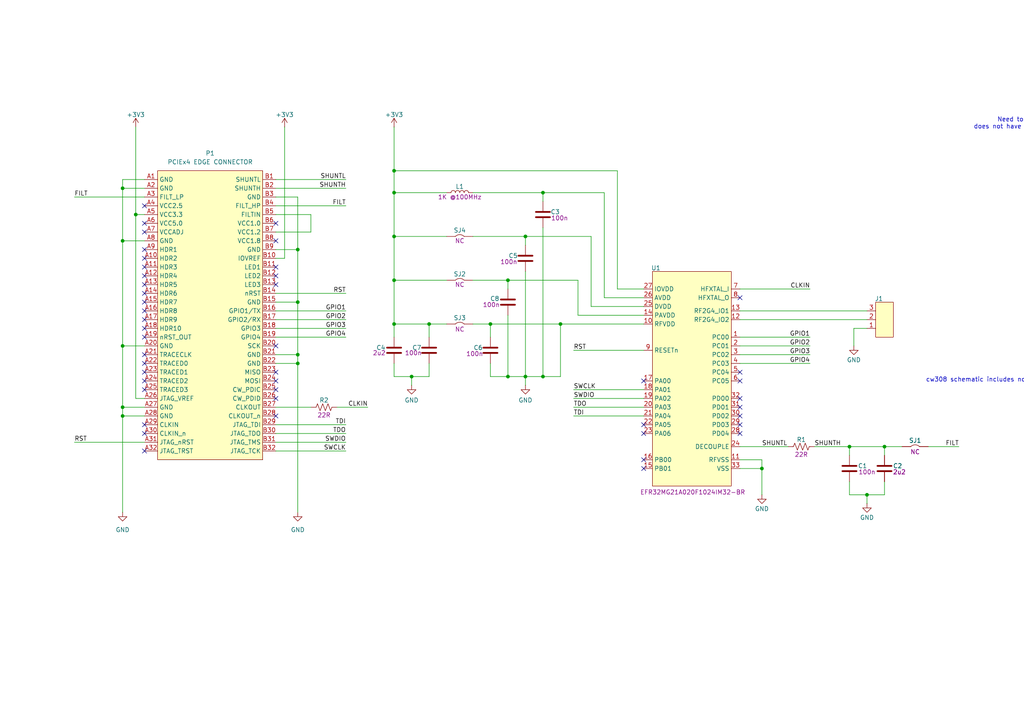
<source format=kicad_sch>
(kicad_sch (version 20231120) (generator "eeschema") (generator_version "8.0")
  (paper "A4")
  (lib_symbols
    (symbol "0603_Yageo_Res:RES_22R_0603" (pin_numbers hide)
      (property "Reference" "R" (at -20.32 5.08 0))
      (property "Display Value" "22R" (at 15.24 5.08 0))
      (symbol "RES_22R_0603_0_1"
        (polyline (pts (xy -2.286 0) (xy -2.54 0)))
        (polyline (pts (xy 2.286 0) (xy 2.54 0)))
        (polyline (pts (xy -2.286 0) (xy -1.905 1.016) (xy -1.524 0) (xy -1.143 -1.016) (xy -0.762 0)))
        (polyline (pts (xy -0.762 0) (xy -0.381 1.016) (xy 0 0) (xy 0.381 -1.016) (xy 0.762 0)))
        (polyline (pts (xy 0.762 0) (xy 1.143 1.016) (xy 1.524 0) (xy 1.905 -1.016) (xy 2.286 0)))
      )
      (symbol "RES_22R_0603_1_1"
        (pin passive line (at -3.81 0 0) (length 1.27) (name "~") (number "1"))
        (pin passive line (at 3.81 0 180) (length 1.27) (name "~") (number "2"))
      )
    )
    (symbol "Silkscreen_Symbols:CE_Free" (in_bom no)
      (property "Reference" "PCB" (at -2.54 6.35 0))
      (property "Value" "CE Symbol" (at 0 0 0))
    )
    (symbol "Silkscreen_Symbols:Pb_Free" (in_bom no)
      (property "Reference" "PCB" (at 0 0 0))
      (property "Value" "Pb_Free Symbol" (at 0 0 0))
    )
    (symbol "Silkscreen_Symbols:UKCA" (in_bom no)
      (property "Reference" "PCB" (at 0 0 0))
      (property "Value" "UKCA symbol" (at 0 0 0))
    )
    (symbol "Silkscreen_Symbols:WEEE" (in_bom no)
      (property "Reference" "PCB" (at -1.27 4.445 0))
      (property "Value" "WEEE SYMBOL" (at 0 0 0))
    )
    (symbol "nae_caps:CAP_100n_10V_0603" (pin_numbers hide)
      (property "Reference" "C" (at -20.32 5.08 0))
      (property "Display Value" "100n" (at 15.24 5.08 0))
      (symbol "CAP_100n_10V_0603_0_1"
        (polyline (pts (xy -0.762 -2.032) (xy -0.762 2.032)) (stroke (width 0.508)))
        (polyline (pts (xy 0.762 -2.032) (xy 0.762 2.032)) (stroke (width 0.508)))
      )
      (symbol "CAP_100n_10V_0603_1_1"
        (pin passive line (at -3.81 0 0) (length 2.794) (name "~") (number "1"))
        (pin passive line (at 3.81 0 180) (length 2.794) (name "~") (number "2"))
      )
    )
    (symbol "nae_caps:CAP_2u2_10V_0603" (pin_numbers hide)
      (property "Reference" "C" (at -20.32 5.08 0))
      (property "Display Value" "2u2" (at 15.24 5.08 0))
      (symbol "CAP_2u2_10V_0603_0_1"
        (polyline (pts (xy -0.762 -2.032) (xy -0.762 2.032)) (stroke (width 0.508)))
        (polyline (pts (xy 0.762 -2.032) (xy 0.762 2.032)) (stroke (width 0.508)))
      )
      (symbol "CAP_2u2_10V_0603_1_1"
        (pin passive line (at -3.81 0 0) (length 2.794) (name "~") (number "1"))
        (pin passive line (at 3.81 0 180) (length 2.794) (name "~") (number "2"))
      )
    )
    (symbol "power:+3V3" (power) (pin_numbers hide) (pin_names (offset 0) hide)
      (property "Value" "+3V3" (at 0 3.556 0))
      (symbol "+3V3_0_1"
        (polyline (pts (xy -0.762 1.27) (xy 0 2.54)))
        (polyline (pts (xy 0 0) (xy 0 2.54)))
        (polyline (pts (xy 0 2.54) (xy 0.762 1.27)))
      )
      (symbol "+3V3_1_1"
        (pin power_in line (at 0 0 90) (length 0) (name "~") (number "1"))
      )
    )
    (symbol "power:GND" (power) (pin_numbers hide) (pin_names (offset 0) hide)
      (property "Value" "GND" (at 0 -3.81 0))
      (symbol "GND_0_1"
        (polyline (pts (xy 0 0) (xy 0 -1.27) (xy 1.27 -1.27) (xy 0 -2.54) (xy -1.27 -1.27) (xy 0 -1.27)))
      )
      (symbol "GND_1_1"
        (pin power_in line (at 0 0 270) (length 0) (name "~") (number "1"))
      )
    )
    (symbol "tutorial_2_library:1x3 header 2.54mm"
      (property "Reference" "J" (at 1.27 3.81 0))
      (symbol "1x3 header 2.54mm_1_1"
        (rectangle (start 0 2.54) (end 5.08 -7.62) (fill (type background)))
        (pin unspecified line (at -2.54 -5.08 0) (length 2.54) (name "") (number "1"))
        (pin unspecified line (at -2.54 -2.54 0) (length 2.54) (name "") (number "2"))
        (pin unspecified line (at -2.54 0 0) (length 2.54) (name "") (number "3"))
      )
    )
    (symbol "tutorial_2_library:CW312T-Template" (in_bom no)
      (property "Reference" "P" (at -15.24 3.81 0))
      (property "Value" "PCIEx4 EDGE CONNECTOR " (at 3.81 3.81 0))
      (symbol "CW312T-Template_1_1"
        (rectangle (start -15.24 2.54) (end 15.24 -81.28) (fill (type background)))
        (pin unspecified line (at -19.05 0 0) (length 3.81) (name "GND") (number "A1"))
        (pin unspecified line (at -19.05 -22.86 0) (length 3.81) (name "HDR2") (number "A10"))
        (pin unspecified line (at -19.05 -25.4 0) (length 3.81) (name "HDR3") (number "A11"))
        (pin unspecified line (at -19.05 -27.94 0) (length 3.81) (name "HDR4") (number "A12"))
        (pin unspecified line (at -19.05 -30.48 0) (length 3.81) (name "HDR5") (number "A13"))
        (pin unspecified line (at -19.05 -33.02 0) (length 3.81) (name "HDR6") (number "A14"))
        (pin unspecified line (at -19.05 -35.56 0) (length 3.81) (name "HDR7") (number "A15"))
        (pin unspecified line (at -19.05 -38.1 0) (length 3.81) (name "HDR8") (number "A16"))
        (pin unspecified line (at -19.05 -40.64 0) (length 3.81) (name "HDR9") (number "A17"))
        (pin unspecified line (at -19.05 -43.18 0) (length 3.81) (name "HDR10") (number "A18"))
        (pin unspecified line (at -19.05 -45.72 0) (length 3.81) (name "nRST_OUT") (number "A19"))
        (pin unspecified line (at -19.05 -2.54 0) (length 3.81) (name "GND") (number "A2"))
        (pin unspecified line (at -19.05 -48.26 0) (length 3.81) (name "GND") (number "A20"))
        (pin unspecified line (at -19.05 -50.8 0) (length 3.81) (name "TRACECLK") (number "A21"))
        (pin unspecified line (at -19.05 -53.34 0) (length 3.81) (name "TRACED0") (number "A22"))
        (pin unspecified line (at -19.05 -55.88 0) (length 3.81) (name "TRACED1") (number "A23"))
        (pin unspecified line (at -19.05 -58.42 0) (length 3.81) (name "TRACED2") (number "A24"))
        (pin unspecified line (at -19.05 -60.96 0) (length 3.81) (name "TRACED3") (number "A25"))
        (pin unspecified line (at -19.05 -63.5 0) (length 3.81) (name "JTAG_VREF") (number "A26"))
        (pin unspecified line (at -19.05 -66.04 0) (length 3.81) (name "GND") (number "A27"))
        (pin unspecified line (at -19.05 -68.58 0) (length 3.81) (name "GND") (number "A28"))
        (pin unspecified line (at -19.05 -71.12 0) (length 3.81) (name "CLKIN") (number "A29"))
        (pin unspecified line (at -19.05 -5.08 0) (length 3.81) (name "FILT_LP") (number "A3"))
        (pin unspecified line (at -19.05 -73.66 0) (length 3.81) (name "CLKIN_n") (number "A30"))
        (pin unspecified line (at -19.05 -76.2 0) (length 3.81) (name "JTAG_nRST") (number "A31"))
        (pin unspecified line (at -19.05 -78.74 0) (length 3.81) (name "JTAG_TRST") (number "A32"))
        (pin unspecified line (at -19.05 -7.62 0) (length 3.81) (name "VCC2.5") (number "A4"))
        (pin unspecified line (at -19.05 -10.16 0) (length 3.81) (name "VCC3.3") (number "A5"))
        (pin unspecified line (at -19.05 -12.7 0) (length 3.81) (name "VCC5.0") (number "A6"))
        (pin unspecified line (at -19.05 -15.24 0) (length 3.81) (name "VCCADJ") (number "A7"))
        (pin unspecified line (at -19.05 -17.78 0) (length 3.81) (name "GND") (number "A8"))
        (pin unspecified line (at -19.05 -20.32 0) (length 3.81) (name "HDR1") (number "A9"))
        (pin unspecified line (at 19.05 0 180) (length 3.81) (name "SHUNTL") (number "B1"))
        (pin unspecified line (at 19.05 -22.86 180) (length 3.81) (name "IOVREF") (number "B10"))
        (pin unspecified line (at 19.05 -25.4 180) (length 3.81) (name "LED1") (number "B11"))
        (pin unspecified line (at 19.05 -27.94 180) (length 3.81) (name "LED2") (number "B12"))
        (pin unspecified line (at 19.05 -30.48 180) (length 3.81) (name "LED3") (number "B13"))
        (pin unspecified line (at 19.05 -33.02 180) (length 3.81) (name "nRST") (number "B14"))
        (pin unspecified line (at 19.05 -35.56 180) (length 3.81) (name "GND") (number "B15"))
        (pin unspecified line (at 19.05 -38.1 180) (length 3.81) (name "GPIO1/TX") (number "B16"))
        (pin unspecified line (at 19.05 -40.64 180) (length 3.81) (name "GPIO2/RX") (number "B17"))
        (pin unspecified line (at 19.05 -43.18 180) (length 3.81) (name "GPIO3") (number "B18"))
        (pin unspecified line (at 19.05 -45.72 180) (length 3.81) (name "GPIO4") (number "B19"))
        (pin unspecified line (at 19.05 -2.54 180) (length 3.81) (name "SHUNTH") (number "B2"))
        (pin unspecified line (at 19.05 -48.26 180) (length 3.81) (name "SCK") (number "B20"))
        (pin unspecified line (at 19.05 -50.8 180) (length 3.81) (name "GND") (number "B21"))
        (pin unspecified line (at 19.05 -53.34 180) (length 3.81) (name "GND") (number "B22"))
        (pin unspecified line (at 19.05 -55.88 180) (length 3.81) (name "MISO") (number "B23"))
        (pin unspecified line (at 19.05 -58.42 180) (length 3.81) (name "MOSI") (number "B24"))
        (pin unspecified line (at 19.05 -60.96 180) (length 3.81) (name "CW_PDIC") (number "B25"))
        (pin unspecified line (at 19.05 -63.5 180) (length 3.81) (name "CW_PDID") (number "B26"))
        (pin unspecified line (at 19.05 -66.04 180) (length 3.81) (name "CLKOUT") (number "B27"))
        (pin unspecified line (at 19.05 -68.58 180) (length 3.81) (name "CLKOUT_n") (number "B28"))
        (pin unspecified line (at 19.05 -71.12 180) (length 3.81) (name "JTAG_TDI") (number "B29"))
        (pin unspecified line (at 19.05 -5.08 180) (length 3.81) (name "GND") (number "B3"))
        (pin unspecified line (at 19.05 -73.66 180) (length 3.81) (name "JTAG_TDO") (number "B30"))
        (pin unspecified line (at 19.05 -76.2 180) (length 3.81) (name "JTAG_TMS") (number "B31"))
        (pin unspecified line (at 19.05 -78.74 180) (length 3.81) (name "JTAG_TCK") (number "B32"))
        (pin unspecified line (at 19.05 -7.62 180) (length 3.81) (name "FILT_HP") (number "B4"))
        (pin unspecified line (at 19.05 -10.16 180) (length 3.81) (name "FILTIN") (number "B5"))
        (pin unspecified line (at 19.05 -12.7 180) (length 3.81) (name "VCC1.0") (number "B6"))
        (pin unspecified line (at 19.05 -15.24 180) (length 3.81) (name "VCC1.2") (number "B7"))
        (pin unspecified line (at 19.05 -17.78 180) (length 3.81) (name "VCC1.8") (number "B8"))
        (pin unspecified line (at 19.05 -20.32 180) (length 3.81) (name "GND") (number "B9"))
      )
    )
    (symbol "tutorial_2_library:EFR32MG21A020F1024IM32-BR-SOCKET"
      (property "Reference" "U1" (at -10.16 5.08 0))
      (property "Display Value" "EFR32MG21A020F1024IM32-BR" (at 0 -60.96 0))
      (symbol "EFR32MG21A020F1024IM32-BR-SOCKET_1_1"
        (rectangle (start -11.43 3.81) (end 11.43 -58.42) (fill (type background)))
        (pin unspecified line (at 13.97 -15.24 180) (length 2.54) (name "PC00") (number "1"))
        (pin unspecified line (at -13.97 -11.43 0) (length 2.54) (name "RFVDD") (number "10"))
        (pin unspecified line (at 13.97 -50.8 180) (length 2.54) (name "RFVSS") (number "11"))
        (pin unspecified line (at 13.97 -10.16 180) (length 2.54) (name "RF2G4_IO2") (number "12"))
        (pin unspecified line (at 13.97 -7.62 180) (length 2.54) (name "RF2G4_IO1") (number "13"))
        (pin unspecified line (at -13.97 -8.89 0) (length 2.54) (name "PAVDD") (number "14"))
        (pin unspecified line (at -13.97 -53.34 0) (length 2.54) (name "PB01") (number "15"))
        (pin unspecified line (at -13.97 -50.8 0) (length 2.54) (name "PB00") (number "16"))
        (pin unspecified line (at -13.97 -27.94 0) (length 2.54) (name "PA00") (number "17"))
        (pin unspecified line (at -13.97 -30.48 0) (length 2.54) (name "PA01") (number "18"))
        (pin unspecified line (at -13.97 -33.02 0) (length 2.54) (name "PA02") (number "19"))
        (pin unspecified line (at 13.97 -17.78 180) (length 2.54) (name "PC01") (number "2"))
        (pin unspecified line (at -13.97 -35.56 0) (length 2.54) (name "PA03") (number "20"))
        (pin unspecified line (at -13.97 -38.1 0) (length 2.54) (name "PA04") (number "21"))
        (pin unspecified line (at -13.97 -40.64 0) (length 2.54) (name "PA05") (number "22"))
        (pin unspecified line (at -13.97 -43.18 0) (length 2.54) (name "PA06") (number "23"))
        (pin unspecified line (at 13.97 -46.99 180) (length 2.54) (name "DECOUPLE") (number "24"))
        (pin unspecified line (at -13.97 -6.35 0) (length 2.54) (name "DVDD") (number "25"))
        (pin unspecified line (at -13.97 -3.81 0) (length 2.54) (name "AVDD") (number "26"))
        (pin unspecified line (at -13.97 -1.27 0) (length 2.54) (name "IOVDD") (number "27"))
        (pin unspecified line (at 13.97 -43.18 180) (length 2.54) (name "PD04") (number "28"))
        (pin unspecified line (at 13.97 -40.64 180) (length 2.54) (name "PD03") (number "29"))
        (pin unspecified line (at 13.97 -20.32 180) (length 2.54) (name "PC02") (number "3"))
        (pin unspecified line (at 13.97 -38.1 180) (length 2.54) (name "PD02") (number "30"))
        (pin unspecified line (at 13.97 -35.56 180) (length 2.54) (name "PD01") (number "31"))
        (pin unspecified line (at 13.97 -33.02 180) (length 2.54) (name "PD00") (number "32"))
        (pin unspecified line (at 13.97 -53.34 180) (length 2.54) (name "VSS") (number "33"))
        (pin unspecified line (at 13.97 -22.86 180) (length 2.54) (name "PC03") (number "4"))
        (pin unspecified line (at 13.97 -25.4 180) (length 2.54) (name "PC04") (number "5"))
        (pin unspecified line (at 13.97 -27.94 180) (length 2.54) (name "PC05") (number "6"))
        (pin unspecified line (at 13.97 -1.27 180) (length 2.54) (name "HFXTAL_I") (number "7"))
        (pin unspecified line (at 13.97 -3.81 180) (length 2.54) (name "HFXTAL_O") (number "8"))
        (pin unspecified line (at -13.97 -19.05 0) (length 2.54) (name "RESETn") (number "9"))
      )
    )
    (symbol "tutorial_2_library:IND_1K_100MHz_0603" (pin_numbers hide)
      (property "Reference" "L" (at -20.32 5.08 0))
      (property "Display Value" "1K @100MHz" (at 15.24 5.08 0))
      (symbol "IND_1K_100MHz_0603_0_1"
        (arc (start -1.27 0) (mid -1.905 0.6323) (end -2.54 0))
        (arc (start 0 0) (mid -0.635 0.6323) (end -1.27 0))
        (arc (start 1.27 0) (mid 0.635 0.6323) (end 0 0))
        (arc (start 2.54 0) (mid 1.905 0.6323) (end 1.27 0))
      )
      (symbol "IND_1K_100MHz_0603_1_1"
        (pin passive line (at -3.81 0 0) (length 1.27) (name "") (number "1"))
        (pin passive line (at 3.81 0 180) (length 1.27) (name "") (number "2"))
      )
    )
    (symbol "tutorial_2_library:Solder_Jumper_2_NC" (pin_numbers hide)
      (property "Reference" "SJ" (at -3.81 3.81 0))
      (property "Display Value" "NC" (at -3.81 0 0))
      (symbol "Solder_Jumper_2_NC_1_1"
        (arc (start 0 1.27) (mid -0.526 0) (end 0 -1.27))
        (pin unspecified line (at 0 3.81 270) (length 2.54) (name "") (number "1"))
        (pin unspecified line (at 0 -3.81 90) (length 2.54) (name "") (number "2"))
      )
    )
  )
  (junction (at 114.3 49.53))
  (junction (at 35.56 69.85))
  (junction (at 114.3 55.88))
  (junction (at 86.36 87.63))
  (junction (at 157.48 109.22))
  (junction (at 114.3 68.58))
  (junction (at 147.32 81.28))
  (junction (at 35.56 54.61))
  (junction (at 157.48 55.88))
  (junction (at 35.56 118.11))
  (junction (at 246.38 129.54))
  (junction (at 251.46 143.51))
  (junction (at 152.4 68.58))
  (junction (at 114.3 93.98))
  (junction (at 114.3 81.28))
  (junction (at 256.54 129.54))
  (junction (at 220.98 135.89))
  (junction (at 152.4 109.22))
  (junction (at 162.56 93.98))
  (junction (at 35.56 100.33))
  (junction (at 86.36 72.39))
  (junction (at 119.38 109.22))
  (junction (at 39.37 62.23))
  (junction (at 147.32 109.22))
  (junction (at 35.56 120.65))
  (junction (at 86.36 102.87))
  (junction (at 86.36 105.41))
  (junction (at 142.24 93.98))
  (junction (at 124.46 93.98))
  (no_connect (at 41.91 105.41))
  (no_connect (at 214.63 118.11))
  (no_connect (at 80.01 80.01))
  (no_connect (at 80.01 64.77))
  (no_connect (at 41.91 97.79))
  (no_connect (at 41.91 90.17))
  (no_connect (at 41.91 107.95))
  (no_connect (at 41.91 59.69))
  (no_connect (at 41.91 110.49))
  (no_connect (at 41.91 87.63))
  (no_connect (at 214.63 110.49))
  (no_connect (at 80.01 77.47))
  (no_connect (at 41.91 130.81))
  (no_connect (at 80.01 115.57))
  (no_connect (at 214.63 125.73))
  (no_connect (at 41.91 64.77))
  (no_connect (at 214.63 120.65))
  (no_connect (at 80.01 100.33))
  (no_connect (at 80.01 113.03))
  (no_connect (at 80.01 69.85))
  (no_connect (at 41.91 77.47))
  (no_connect (at 80.01 110.49))
  (no_connect (at 41.91 92.71))
  (no_connect (at 41.91 82.55))
  (no_connect (at 214.63 123.19))
  (no_connect (at 80.01 107.95))
  (no_connect (at 41.91 85.09))
  (no_connect (at 41.91 80.01))
  (no_connect (at 186.69 110.49))
  (no_connect (at 41.91 113.03))
  (no_connect (at 186.69 135.89))
  (no_connect (at 41.91 67.31))
  (no_connect (at 214.63 86.36))
  (no_connect (at 41.91 95.25))
  (no_connect (at 186.69 123.19))
  (no_connect (at 41.91 125.73))
  (no_connect (at 186.69 125.73))
  (no_connect (at 80.01 120.65))
  (no_connect (at 214.63 115.57))
  (no_connect (at 41.91 74.93))
  (no_connect (at 80.01 82.55))
  (no_connect (at 41.91 72.39))
  (no_connect (at 41.91 102.87))
  (no_connect (at 41.91 123.19))
  (no_connect (at 186.69 133.35))
  (no_connect (at 214.63 107.95))
  (wire (pts (xy 80.01 95.25) (xy 100.33 95.25)))
  (wire (pts (xy 80.01 67.31) (xy 90.17 67.31)))
  (wire (pts (xy 214.63 129.54) (xy 228.6 129.54)))
  (wire (pts (xy 166.37 113.03) (xy 186.69 113.03)))
  (wire (pts (xy 35.56 54.61) (xy 35.56 69.85)))
  (wire (pts (xy 214.63 105.41) (xy 234.95 105.41)))
  (wire (pts (xy 186.69 86.36) (xy 175.26 86.36)))
  (wire (pts (xy 35.56 118.11) (xy 41.91 118.11)))
  (wire (pts (xy 119.38 109.22) (xy 124.46 109.22)))
  (wire (pts (xy 214.63 90.17) (xy 251.46 90.17)))
  (wire (pts (xy 80.01 97.79) (xy 100.33 97.79)))
  (wire (pts (xy 162.56 109.22) (xy 162.56 93.98)))
  (wire (pts (xy 142.24 105.41) (xy 142.24 109.22)))
  (wire (pts (xy 21.59 128.27) (xy 41.91 128.27)))
  (wire (pts (xy 97.79 118.11) (xy 106.68 118.11)))
  (wire (pts (xy 39.37 36.83) (xy 39.37 62.23)))
  (wire (pts (xy 80.01 92.71) (xy 100.33 92.71)))
  (wire (pts (xy 80.01 102.87) (xy 86.36 102.87)))
  (wire (pts (xy 35.56 120.65) (xy 35.56 148.59)))
  (wire (pts (xy 114.3 81.28) (xy 114.3 93.98)))
  (wire (pts (xy 41.91 115.57) (xy 39.37 115.57)))
  (wire (pts (xy 35.56 118.11) (xy 35.56 120.65)))
  (wire (pts (xy 157.48 55.88) (xy 157.48 58.42)))
  (wire (pts (xy 142.24 93.98) (xy 142.24 97.79)))
  (wire (pts (xy 80.01 105.41) (xy 86.36 105.41)))
  (wire (pts (xy 246.38 139.7) (xy 246.38 143.51)))
  (wire (pts (xy 166.37 101.6) (xy 186.69 101.6)))
  (wire (pts (xy 114.3 93.98) (xy 114.3 97.79)))
  (wire (pts (xy 86.36 72.39) (xy 86.36 87.63)))
  (wire (pts (xy 35.56 54.61) (xy 41.91 54.61)))
  (wire (pts (xy 166.37 120.65) (xy 186.69 120.65)))
  (wire (pts (xy 114.3 68.58) (xy 114.3 81.28)))
  (wire (pts (xy 86.36 102.87) (xy 86.36 105.41)))
  (wire (pts (xy 256.54 129.54) (xy 261.62 129.54)))
  (wire (pts (xy 147.32 91.44) (xy 147.32 109.22)))
  (wire (pts (xy 114.3 81.28) (xy 129.54 81.28)))
  (wire (pts (xy 137.16 81.28) (xy 147.32 81.28)))
  (wire (pts (xy 114.3 109.22) (xy 119.38 109.22)))
  (wire (pts (xy 186.69 88.9) (xy 171.45 88.9)))
  (wire (pts (xy 166.37 118.11) (xy 186.69 118.11)))
  (wire (pts (xy 147.32 109.22) (xy 152.4 109.22)))
  (wire (pts (xy 119.38 109.22) (xy 119.38 111.76)))
  (wire (pts (xy 214.63 102.87) (xy 234.95 102.87)))
  (wire (pts (xy 82.55 74.93) (xy 80.01 74.93)))
  (wire (pts (xy 80.01 72.39) (xy 86.36 72.39)))
  (wire (pts (xy 86.36 87.63) (xy 86.36 102.87)))
  (wire (pts (xy 80.01 123.19) (xy 100.33 123.19)))
  (wire (pts (xy 251.46 95.25) (xy 247.65 95.25)))
  (wire (pts (xy 214.63 100.33) (xy 234.95 100.33)))
  (wire (pts (xy 86.36 57.15) (xy 80.01 57.15)))
  (wire (pts (xy 80.01 87.63) (xy 86.36 87.63)))
  (wire (pts (xy 35.56 69.85) (xy 41.91 69.85)))
  (wire (pts (xy 214.63 135.89) (xy 220.98 135.89)))
  (wire (pts (xy 80.01 85.09) (xy 100.33 85.09)))
  (wire (pts (xy 152.4 109.22) (xy 152.4 111.76)))
  (wire (pts (xy 35.56 120.65) (xy 41.91 120.65)))
  (wire (pts (xy 114.3 49.53) (xy 114.3 55.88)))
  (wire (pts (xy 246.38 129.54) (xy 246.38 132.08)))
  (wire (pts (xy 166.37 115.57) (xy 186.69 115.57)))
  (wire (pts (xy 246.38 129.54) (xy 256.54 129.54)))
  (wire (pts (xy 80.01 54.61) (xy 100.33 54.61)))
  (wire (pts (xy 251.46 143.51) (xy 256.54 143.51)))
  (wire (pts (xy 86.36 105.41) (xy 86.36 148.59)))
  (wire (pts (xy 124.46 109.22) (xy 124.46 105.41)))
  (wire (pts (xy 21.59 57.15) (xy 41.91 57.15)))
  (wire (pts (xy 220.98 133.35) (xy 214.63 133.35)))
  (wire (pts (xy 152.4 78.74) (xy 152.4 109.22)))
  (wire (pts (xy 114.3 36.83) (xy 114.3 49.53)))
  (wire (pts (xy 86.36 57.15) (xy 86.36 72.39)))
  (wire (pts (xy 147.32 81.28) (xy 167.64 81.28)))
  (wire (pts (xy 214.63 83.82) (xy 234.95 83.82)))
  (wire (pts (xy 35.56 100.33) (xy 41.91 100.33)))
  (wire (pts (xy 214.63 97.79) (xy 234.95 97.79)))
  (wire (pts (xy 39.37 62.23) (xy 39.37 115.57)))
  (wire (pts (xy 114.3 93.98) (xy 124.46 93.98)))
  (wire (pts (xy 35.56 69.85) (xy 35.56 100.33)))
  (wire (pts (xy 80.01 130.81) (xy 100.33 130.81)))
  (wire (pts (xy 147.32 81.28) (xy 147.32 83.82)))
  (wire (pts (xy 247.65 95.25) (xy 247.65 100.33)))
  (wire (pts (xy 90.17 62.23) (xy 90.17 67.31)))
  (wire (pts (xy 179.07 49.53) (xy 114.3 49.53)))
  (wire (pts (xy 142.24 93.98) (xy 162.56 93.98)))
  (wire (pts (xy 152.4 109.22) (xy 157.48 109.22)))
  (wire (pts (xy 80.01 125.73) (xy 100.33 125.73)))
  (wire (pts (xy 214.63 92.71) (xy 251.46 92.71)))
  (wire (pts (xy 186.69 83.82) (xy 179.07 83.82)))
  (wire (pts (xy 114.3 105.41) (xy 114.3 109.22)))
  (wire (pts (xy 157.48 55.88) (xy 175.26 55.88)))
  (wire (pts (xy 41.91 52.07) (xy 35.56 52.07)))
  (wire (pts (xy 269.24 129.54) (xy 278.13 129.54)))
  (wire (pts (xy 175.26 86.36) (xy 175.26 55.88)))
  (wire (pts (xy 80.01 90.17) (xy 100.33 90.17)))
  (wire (pts (xy 220.98 135.89) (xy 220.98 143.51)))
  (wire (pts (xy 256.54 143.51) (xy 256.54 139.7)))
  (wire (pts (xy 157.48 109.22) (xy 162.56 109.22)))
  (wire (pts (xy 80.01 59.69) (xy 100.33 59.69)))
  (wire (pts (xy 35.56 52.07) (xy 35.56 54.61)))
  (wire (pts (xy 142.24 109.22) (xy 147.32 109.22)))
  (wire (pts (xy 137.16 55.88) (xy 157.48 55.88)))
  (wire (pts (xy 171.45 88.9) (xy 171.45 68.58)))
  (wire (pts (xy 236.22 129.54) (xy 246.38 129.54)))
  (wire (pts (xy 82.55 36.83) (xy 82.55 74.93)))
  (wire (pts (xy 124.46 93.98) (xy 124.46 97.79)))
  (wire (pts (xy 167.64 91.44) (xy 167.64 81.28)))
  (wire (pts (xy 152.4 68.58) (xy 171.45 68.58)))
  (wire (pts (xy 80.01 118.11) (xy 90.17 118.11)))
  (wire (pts (xy 251.46 143.51) (xy 251.46 146.05)))
  (wire (pts (xy 80.01 62.23) (xy 90.17 62.23)))
  (wire (pts (xy 157.48 66.04) (xy 157.48 109.22)))
  (wire (pts (xy 256.54 129.54) (xy 256.54 132.08)))
  (wire (pts (xy 152.4 68.58) (xy 152.4 71.12)))
  (wire (pts (xy 114.3 55.88) (xy 129.54 55.88)))
  (wire (pts (xy 220.98 133.35) (xy 220.98 135.89)))
  (wire (pts (xy 162.56 93.98) (xy 186.69 93.98)))
  (wire (pts (xy 246.38 143.51) (xy 251.46 143.51)))
  (wire (pts (xy 114.3 55.88) (xy 114.3 68.58)))
  (wire (pts (xy 186.69 91.44) (xy 167.64 91.44)))
  (wire (pts (xy 129.54 93.98) (xy 124.46 93.98)))
  (wire (pts (xy 114.3 68.58) (xy 129.54 68.58)))
  (wire (pts (xy 179.07 83.82) (xy 179.07 49.53)))
  (wire (pts (xy 35.56 100.33) (xy 35.56 118.11)))
  (wire (pts (xy 80.01 128.27) (xy 100.33 128.27)))
  (wire (pts (xy 80.01 52.07) (xy 100.33 52.07)))
  (wire (pts (xy 137.16 93.98) (xy 142.24 93.98)))
  (wire (pts (xy 137.16 68.58) (xy 152.4 68.58)))
  (wire (pts (xy 41.91 62.23) (xy 39.37 62.23)))
  (text "Need to confirm the footprint of the socket - the one included in production files \ndoes not have a model but an equivalent socket on digikey did so i used that downloaded model" (at 330.454 35.814 0) (effects (font (size 1.27 1.27))))
  (text "cw308 schematic includes note bubbles stating 'morespace' i left those out but can include if preferred" (at 320.04 110.236 0) (effects (font (size 1.27 1.27))))
  (label "RST" (at 166.37 101.6 0))
  (label "GPIO4" (at 234.95 105.41 180))
  (label "GPIO2" (at 234.95 100.33 180))
  (label "SWCLK" (at 100.33 130.81 180))
  (label "GPIO2" (at 100.33 92.71 180))
  (label "SHUNTL" (at 220.98 129.54 0))
  (label "TDI" (at 100.33 123.19 180))
  (label "SWCLK" (at 166.37 113.03 0))
  (label "GPIO1" (at 234.95 97.79 180))
  (label "GPIO3" (at 100.33 95.25 180))
  (label "SHUNTH" (at 236.22 129.54 0))
  (label "SWDIO" (at 100.33 128.27 180))
  (label "RST" (at 21.59 128.27 0))
  (label "SHUNTL" (at 100.33 52.07 180))
  (label "CLKIN" (at 106.68 118.11 180))
  (label "TDO" (at 100.33 125.73 180))
  (label "FILT" (at 100.33 59.69 180))
  (label "GPIO4" (at 100.33 97.79 180))
  (label "SHUNTH" (at 100.33 54.61 180))
  (label "TDO" (at 166.37 118.11 0))
  (label "RST" (at 100.33 85.09 180))
  (label "SWDIO" (at 166.37 115.57 0))
  (label "FILT" (at 21.59 57.15 0))
  (label "GPIO3" (at 234.95 102.87 180))
  (label "FILT" (at 278.13 129.54 180))
  (label "CLKIN" (at 234.95 83.82 180))
  (label "TDI" (at 166.37 120.65 0))
  (label "GPIO1" (at 100.33 90.17 180))
  (symbol (lib_id "Silkscreen_Symbols:CE_Free") (at -25.4 148.59 0) (unit 1) (in_bom no)
    (property "Reference" "PCB1" (at -22.86 147.3199 0) (effects (justify left)))
    (property "Value" "CE Symbol" (at -22.86 149.8599 0) (effects (justify left)))
    (property "Footprint" "Silkscrren_Symbols:CE-Logo_8.5x6mm_SilkScreen" (effects (hide yes)))
  )
  (symbol (lib_id "Silkscreen_Symbols:UKCA") (at -25.4 158.75 0) (unit 1) (in_bom no)
    (property "Reference" "PCB3" (at -22.86 157.4799 0) (effects (justify left)))
    (property "Value" "UKCA symbol" (at -22.86 160.0199 0) (effects (justify left)))
    (property "Footprint" "Silkscrren_Symbols:UKCA-Logo_8x8mm_SilkScreen" (effects (hide yes)))
  )
  (symbol (lib_id "power:GND") (at 247.65 100.33 0) (unit 1)
    (property "Reference" "#PWR09" (effects (hide yes)))
    (property "Value" "GND" (at 247.65 104.394 0))
    (property "Description" "Power symbol creates a global label with name \"GND\" , ground" (effects (hide yes)))
  )
  (symbol (lib_id "0603_Yageo_Res:RES_22R_0603") (at 232.41 129.54 0) (unit 1)
    (property "Reference" "R1" (at 232.41 127.508 0))
    (property "Value" "RES_22R_0603" (effects (hide yes)))
    (property "Footprint" "Resistor_SMD:R_0603_1608Metric" (effects (hide yes)))
    (property "Datasheet" "https://www.yageo.com/upload/media/product/products/datasheet/rchip/PYu-RC_Group_51_RoHS_L_12.pdf" (effects (hide yes)))
    (property "Description" "RES 22 OHM 1% 1/10W 0603" (effects (hide yes)))
    (property "Display Value" "22R" (at 232.41 131.826 0))
    (property "Manufacturer" "YAGEO" (effects (hide yes)))
    (property "Manufacturer Part Number" "RC0603FR-0722RL" (effects (hide yes)))
    (property "Supplier 1" "DigiKey" (effects (hide yes)))
    (property "Supplier 1 Part Number" "311-22.0HRCT-ND" (effects (hide yes)))
    (property "Supplier 2" "no_data" (effects (hide yes)))
    (property "Supplier 2 Part Number" "no_data" (effects (hide yes)))
  )
  (symbol (lib_id "power:GND") (at 119.38 111.76 0) (unit 1)
    (property "Reference" "#PWR06" (effects (hide yes)))
    (property "Value" "GND" (at 119.38 116.078 0))
    (property "Description" "Power symbol creates a global label with name \"GND\" , ground" (effects (hide yes)))
  )
  (symbol (lib_id "Silkscreen_Symbols:WEEE") (at -25.4 163.83 0) (unit 1) (in_bom no)
    (property "Reference" "PCB4" (at -22.86 162.5599 0) (effects (justify left)))
    (property "Value" "WEEE SYMBOL" (at -22.86 165.0999 0) (effects (justify left)))
    (property "Footprint" "Silkscrren_Symbols:WEEE-Logo_5.6x8mm_SilkScreen" (effects (hide yes)))
  )
  (symbol (lib_id "power:+3V3") (at 82.55 36.83 0) (unit 1)
    (property "Reference" "#PWR03" (effects (hide yes)))
    (property "Value" "+3V3" (at 82.55 33.274 0))
    (property "Description" "Power symbol creates a global label with name \"+3V3\"" (effects (hide yes)))
  )
  (symbol (lib_id "nae_caps:CAP_100n_10V_0603") (at 124.46 101.6 90) (unit 1)
    (property "Reference" "C7" (at 120.904 100.838 90))
    (property "Value" "CAP_100n_10V_0603" (effects (hide yes)))
    (property "Footprint" "Capacitor_SMD:C_0603_1608Metric" (effects (hide yes)))
    (property "Datasheet" "https://www.yageo.com/upload/media/product/productsearch/datasheet/mlcc/UPY-GPHC_X7R_6.3V-to-250V_24.pdf" (effects (hide yes)))
    (property "Description" "CAP CER 0.1UF 10V X7R 0603" (effects (hide yes)))
    (property "Display Value" "100n" (at 119.888 102.362 90))
    (property "Manufacturer" "YAGEO" (effects (hide yes)))
    (property "Manufacturer Part Number" "CC0603KRX7R6BB104" (effects (hide yes)))
    (property "Supplier 1" "DigiKey" (effects (hide yes)))
    (property "Supplier 1 Part Number" "311-4055-1-ND" (effects (hide yes)))
    (property "Supplier 2" "no_data" (effects (hide yes)))
    (property "Supplier 2 Part Number" "no_data" (effects (hide yes)))
  )
  (symbol (lib_id "tutorial_2_library:EFR32MG21A020F1024IM32-BR-SOCKET") (at 200.66 82.55 0) (unit 1)
    (property "Reference" "U1" (at 190.246 77.724 0))
    (property "Value" "EFR32MG21A020F1024IM32-BR" (effects (hide yes)))
    (property "Footprint" "tutorial_2_library:CONN_232-5205-01_3MM" (effects (hide yes)))
    (property "Datasheet" "https://www.sockets-connectors.com/ic-socket/790-62032-101G/?srsltid=AfmBOoox30ddIPHa7Kjh_nQce55OEW-xBCSxqDJn8Lg2jo9pnDfR4k3c" (effects (hide yes)))
    (property "Description" "CONN SOCKET QFN 32POS GOLD" (effects (hide yes)))
    (property "Display Value" "EFR32MG21A020F1024IM32-BR" (at 200.914 142.748 0))
    (property "Manufacturer" "SENSATA" (effects (hide yes)))
    (property "Manufacturer Part Number" "790-62032-101G" (effects (hide yes)))
    (property "Supplier 1" "SOCKETS CONNECTORS" (effects (hide yes)))
    (property "Supplier 1 Part Number" "790-62032-101G" (effects (hide yes)))
  )
  (symbol (lib_id "power:GND") (at 152.4 111.76 0) (unit 1)
    (property "Reference" "#PWR07" (effects (hide yes)))
    (property "Value" "GND" (at 152.4 116.078 0))
    (property "Description" "Power symbol creates a global label with name \"GND\" , ground" (effects (hide yes)))
  )
  (symbol (lib_id "tutorial_2_library:1x3 header 2.54mm") (at 254 90.17 0) (unit 1)
    (property "Reference" "J1" (at 253.746 86.614 0) (effects (justify left)))
    (property "Value" "1x3 straight header pins" (effects (hide yes)))
    (property "Footprint" "Connector_PinHeader_1.00mm:PinHeader_1x03_P1.00mm_Vertical" (effects (hide yes)))
    (property "Datasheet" "https://www.we-online.com/components/products/datasheet/61300311121.pdf" (effects (hide yes)))
    (property "Description" "CONN HEADER VERT 3POS 2.54MM" (effects (hide yes)))
    (property "Display Value" "Header" (effects (hide yes)))
    (property "Manufacturer" "Würth Elektronik" (effects (hide yes)))
    (property "Manufacturer Part Number" "61300311121" (effects (hide yes)))
    (property "Supplier 1" "DigiKey" (effects (hide yes)))
    (property "Supplier 1 Part Number" "732-5316-ND" (effects (hide yes)))
  )
  (symbol (lib_id "tutorial_2_library:Solder_Jumper_2_NC") (at 133.35 81.28 270) (unit 1)
    (property "Reference" "SJ2" (at 133.35 79.502 90))
    (property "Footprint" "Jumper:SolderJumper-2_P1.3mm_Bridged2Bar_Pad1.0x1.5mm" (effects (hide yes)))
    (property "Display Value" "NC" (at 133.35 82.55 90))
  )
  (symbol (lib_id "power:+3V3") (at 39.37 36.83 0) (unit 1)
    (property "Reference" "#PWR02" (effects (hide yes)))
    (property "Value" "+3V3" (at 39.37 33.274 0))
    (property "Description" "Power symbol creates a global label with name \"+3V3\"" (effects (hide yes)))
  )
  (symbol (lib_id "nae_caps:CAP_2u2_10V_0603") (at 256.54 135.89 90) (unit 1)
    (property "Reference" "C2" (at 260.35 135.128 90))
    (property "Value" "CAP_2u2_10V_0603" (effects (hide yes)))
    (property "Footprint" "Capacitor_SMD:C_0603_1608Metric" (effects (hide yes)))
    (property "Datasheet" "https://www.yageo.com/upload/media/product/productsearch/datasheet/mlcc/UPY-GPHC_X7R_6.3V-to-250V_24.pdf" (effects (hide yes)))
    (property "Description" "CAP CER 2.2UF 10V X7R 0603" (effects (hide yes)))
    (property "Display Value" "2u2" (at 260.858 136.906 90))
    (property "Manufacturer" "YAGEO" (effects (hide yes)))
    (property "Manufacturer Part Number" "CC0603KPX7R6BB225" (effects (hide yes)))
    (property "Supplier 1" "DigiKey" (effects (hide yes)))
    (property "Supplier 1 Part Number" "13-CC0603KPX7R6BB225CT-ND" (effects (hide yes)))
    (property "Supplier 2" "no_data" (effects (hide yes)))
    (property "Supplier 2 Part Number" "no_data" (effects (hide yes)))
  )
  (symbol (lib_id "power:GND") (at 220.98 143.51 0) (unit 1)
    (property "Reference" "#PWR08" (effects (hide yes)))
    (property "Value" "GND" (at 220.98 147.574 0))
    (property "Description" "Power symbol creates a global label with name \"GND\" , ground" (effects (hide yes)))
  )
  (symbol (lib_id "tutorial_2_library:Solder_Jumper_2_NC") (at 133.35 93.98 270) (unit 1)
    (property "Reference" "SJ3" (at 133.35 92.202 90))
    (property "Footprint" "Jumper:SolderJumper-2_P1.3mm_Bridged2Bar_Pad1.0x1.5mm" (effects (hide yes)))
    (property "Display Value" "NC" (at 133.35 95.504 90))
  )
  (symbol (lib_id "nae_caps:CAP_100n_10V_0603") (at 142.24 101.6 90) (unit 1)
    (property "Reference" "C6" (at 138.684 100.838 90))
    (property "Value" "CAP_100n_10V_0603" (effects (hide yes)))
    (property "Footprint" "Capacitor_SMD:C_0603_1608Metric" (effects (hide yes)))
    (property "Datasheet" "https://www.yageo.com/upload/media/product/productsearch/datasheet/mlcc/UPY-GPHC_X7R_6.3V-to-250V_24.pdf" (effects (hide yes)))
    (property "Description" "CAP CER 0.1UF 10V X7R 0603" (effects (hide yes)))
    (property "Display Value" "100n" (at 137.668 102.616 90))
    (property "Manufacturer" "YAGEO" (effects (hide yes)))
    (property "Manufacturer Part Number" "CC0603KRX7R6BB104" (effects (hide yes)))
    (property "Supplier 1" "DigiKey" (effects (hide yes)))
    (property "Supplier 1 Part Number" "311-4055-1-ND" (effects (hide yes)))
    (property "Supplier 2" "no_data" (effects (hide yes)))
    (property "Supplier 2 Part Number" "no_data" (effects (hide yes)))
  )
  (symbol (lib_id "nae_caps:CAP_2u2_10V_0603") (at 114.3 101.6 90) (unit 1)
    (property "Reference" "C4" (at 110.49 100.838 90))
    (property "Value" "CAP_2u2_10V_0603" (effects (hide yes)))
    (property "Footprint" "Capacitor_SMD:C_0603_1608Metric" (effects (hide yes)))
    (property "Datasheet" "https://www.yageo.com/upload/media/product/productsearch/datasheet/mlcc/UPY-GPHC_X7R_6.3V-to-250V_24.pdf" (effects (hide yes)))
    (property "Description" "CAP CER 2.2UF 10V X7R 0603" (effects (hide yes)))
    (property "Display Value" "2u2" (at 109.982 102.362 90))
    (property "Manufacturer" "YAGEO" (effects (hide yes)))
    (property "Manufacturer Part Number" "CC0603KPX7R6BB225" (effects (hide yes)))
    (property "Supplier 1" "DigiKey" (effects (hide yes)))
    (property "Supplier 1 Part Number" "13-CC0603KPX7R6BB225CT-ND" (effects (hide yes)))
    (property "Supplier 2" "no_data" (effects (hide yes)))
    (property "Supplier 2 Part Number" "no_data" (effects (hide yes)))
  )
  (symbol (lib_id "power:GND") (at 251.46 146.05 0) (unit 1)
    (property "Reference" "#PWR010" (effects (hide yes)))
    (property "Value" "GND" (at 251.46 150.114 0))
    (property "Description" "Power symbol creates a global label with name \"GND\" , ground" (effects (hide yes)))
  )
  (symbol (lib_id "nae_caps:CAP_100n_10V_0603") (at 246.38 135.89 90) (unit 1)
    (property "Reference" "C1" (at 250.19 135.128 90))
    (property "Value" "CAP_100n_10V_0603" (effects (hide yes)))
    (property "Footprint" "Capacitor_SMD:C_0603_1608Metric" (effects (hide yes)))
    (property "Datasheet" "https://www.yageo.com/upload/media/product/productsearch/datasheet/mlcc/UPY-GPHC_X7R_6.3V-to-250V_24.pdf" (effects (hide yes)))
    (property "Description" "CAP CER 0.1UF 10V X7R 0603" (effects (hide yes)))
    (property "Display Value" "100n" (at 251.46 136.906 90))
    (property "Manufacturer" "YAGEO" (effects (hide yes)))
    (property "Manufacturer Part Number" "CC0603KRX7R6BB104" (effects (hide yes)))
    (property "Supplier 1" "DigiKey" (effects (hide yes)))
    (property "Supplier 1 Part Number" "311-4055-1-ND" (effects (hide yes)))
    (property "Supplier 2" "no_data" (effects (hide yes)))
    (property "Supplier 2 Part Number" "no_data" (effects (hide yes)))
  )
  (symbol (lib_id "power:GND") (at 35.56 148.59 0) (unit 1)
    (property "Reference" "#PWR01" (effects (hide yes)))
    (property "Value" "GND" (at 35.56 153.67 0))
    (property "Description" "Power symbol creates a global label with name \"GND\" , ground" (effects (hide yes)))
  )
  (symbol (lib_id "nae_caps:CAP_100n_10V_0603") (at 147.32 87.63 90) (unit 1)
    (property "Reference" "C8" (at 143.51 86.614 90))
    (property "Value" "CAP_100n_10V_0603" (effects (hide yes)))
    (property "Footprint" "Capacitor_SMD:C_0603_1608Metric" (effects (hide yes)))
    (property "Datasheet" "https://www.yageo.com/upload/media/product/productsearch/datasheet/mlcc/UPY-GPHC_X7R_6.3V-to-250V_24.pdf" (effects (hide yes)))
    (property "Description" "CAP CER 0.1UF 10V X7R 0603" (effects (hide yes)))
    (property "Display Value" "100n" (at 142.494 88.392 90))
    (property "Manufacturer" "YAGEO" (effects (hide yes)))
    (property "Manufacturer Part Number" "CC0603KRX7R6BB104" (effects (hide yes)))
    (property "Supplier 1" "DigiKey" (effects (hide yes)))
    (property "Supplier 1 Part Number" "311-4055-1-ND" (effects (hide yes)))
    (property "Supplier 2" "no_data" (effects (hide yes)))
    (property "Supplier 2 Part Number" "no_data" (effects (hide yes)))
  )
  (symbol (lib_id "nae_caps:CAP_100n_10V_0603") (at 157.48 62.23 90) (unit 1)
    (property "Reference" "C3" (at 161.036 61.468 90))
    (property "Value" "CAP_100n_10V_0603" (effects (hide yes)))
    (property "Footprint" "Capacitor_SMD:C_0603_1608Metric" (effects (hide yes)))
    (property "Datasheet" "https://www.yageo.com/upload/media/product/productsearch/datasheet/mlcc/UPY-GPHC_X7R_6.3V-to-250V_24.pdf" (effects (hide yes)))
    (property "Description" "CAP CER 0.1UF 10V X7R 0603" (effects (hide yes)))
    (property "Display Value" "100n" (at 162.306 63.246 90))
    (property "Manufacturer" "YAGEO" (effects (hide yes)))
    (property "Manufacturer Part Number" "CC0603KRX7R6BB104" (effects (hide yes)))
    (property "Supplier 1" "DigiKey" (effects (hide yes)))
    (property "Supplier 1 Part Number" "311-4055-1-ND" (effects (hide yes)))
    (property "Supplier 2" "no_data" (effects (hide yes)))
    (property "Supplier 2 Part Number" "no_data" (effects (hide yes)))
  )
  (symbol (lib_id "power:GND") (at 86.36 148.59 0) (unit 1)
    (property "Reference" "#PWR04" (effects (hide yes)))
    (property "Value" "GND" (at 86.36 153.67 0))
    (property "Description" "Power symbol creates a global label with name \"GND\" , ground" (effects (hide yes)))
  )
  (symbol (lib_id "tutorial_2_library:Solder_Jumper_2_NC") (at 265.43 129.54 270) (unit 1)
    (property "Reference" "SJ1" (at 265.43 127.762 90))
    (property "Footprint" "Jumper:SolderJumper-2_P1.3mm_Bridged2Bar_Pad1.0x1.5mm" (effects (hide yes)))
    (property "Display Value" "NC" (at 265.43 131.064 90))
  )
  (symbol (lib_id "power:+3V3") (at 114.3 36.83 0) (unit 1)
    (property "Reference" "#PWR05" (effects (hide yes)))
    (property "Value" "+3V3" (at 114.3 33.274 0))
    (property "Description" "Power symbol creates a global label with name \"+3V3\"" (effects (hide yes)))
  )
  (symbol (lib_id "0603_Yageo_Res:RES_22R_0603") (at 93.98 118.11 0) (unit 1)
    (property "Reference" "R2" (at 93.98 116.078 0))
    (property "Value" "RES_22R_0603" (effects (hide yes)))
    (property "Footprint" "Resistor_SMD:R_0603_1608Metric" (effects (hide yes)))
    (property "Datasheet" "https://www.yageo.com/upload/media/product/products/datasheet/rchip/PYu-RC_Group_51_RoHS_L_12.pdf" (effects (hide yes)))
    (property "Description" "RES 22 OHM 1% 1/10W 0603" (effects (hide yes)))
    (property "Display Value" "22R" (at 93.98 120.396 0))
    (property "Manufacturer" "YAGEO" (effects (hide yes)))
    (property "Manufacturer Part Number" "RC0603FR-0722RL" (effects (hide yes)))
    (property "Supplier 1" "DigiKey" (effects (hide yes)))
    (property "Supplier 1 Part Number" "311-22.0HRCT-ND" (effects (hide yes)))
    (property "Supplier 2" "no_data" (effects (hide yes)))
    (property "Supplier 2 Part Number" "no_data" (effects (hide yes)))
  )
  (symbol (lib_id "nae_caps:CAP_100n_10V_0603") (at 152.4 74.93 90) (unit 1)
    (property "Reference" "C5" (at 148.844 74.168 90))
    (property "Value" "CAP_100n_10V_0603" (effects (hide yes)))
    (property "Footprint" "Capacitor_SMD:C_0603_1608Metric" (effects (hide yes)))
    (property "Datasheet" "https://www.yageo.com/upload/media/product/productsearch/datasheet/mlcc/UPY-GPHC_X7R_6.3V-to-250V_24.pdf" (effects (hide yes)))
    (property "Description" "CAP CER 0.1UF 10V X7R 0603" (effects (hide yes)))
    (property "Display Value" "100n" (at 147.574 75.946 90))
    (property "Manufacturer" "YAGEO" (effects (hide yes)))
    (property "Manufacturer Part Number" "CC0603KRX7R6BB104" (effects (hide yes)))
    (property "Supplier 1" "DigiKey" (effects (hide yes)))
    (property "Supplier 1 Part Number" "311-4055-1-ND" (effects (hide yes)))
    (property "Supplier 2" "no_data" (effects (hide yes)))
    (property "Supplier 2 Part Number" "no_data" (effects (hide yes)))
  )
  (symbol (lib_id "tutorial_2_library:IND_1K_100MHz_0603") (at 133.35 55.88 0) (unit 1)
    (property "Reference" "L1" (at 133.35 54.102 0))
    (property "Value" "IND_1K_0603" (effects (hide yes)))
    (property "Footprint" "Inductor_SMD:L_0603_1608Metric" (effects (hide yes)))
    (property "Datasheet" "https://mm.digikey.com/Volume0/opasdata/d220001/medias/docus/3715/FBMH1608HM102-T_SS.pdf" (effects (hide yes)))
    (property "Description" "FERRITE BEAD 1K OHM 0603 1LN" (effects (hide yes)))
    (property "Display Value" "1K @100MHz" (at 133.35 57.15 0))
    (property "Manufacturer" "Taiyo Yuden" (effects (hide yes)))
    (property "Manufacturer Part Number" "FBMH1608HM102-T" (effects (hide yes)))
    (property "Supplier 1" "DigiKey" (effects (hide yes)))
    (property "Supplier 1 Part Number" "587-1739-1-ND" (effects (hide yes)))
  )
  (symbol (lib_id "Silkscreen_Symbols:Pb_Free") (at -25.4 153.67 0) (unit 1) (in_bom no)
    (property "Reference" "PCB2" (at -22.86 152.3999 0) (effects (justify left)))
    (property "Value" "Pb_Free Symbol" (at -22.86 154.9399 0) (effects (justify left)))
    (property "Footprint" "Silkscrren_Symbols:Pb_Free_8.0x8.0mm_SilkScreen" (effects (hide yes)))
  )
  (symbol (lib_id "tutorial_2_library:Solder_Jumper_2_NC") (at 133.35 68.58 270) (unit 1)
    (property "Reference" "SJ4" (at 133.35 66.802 90))
    (property "Footprint" "Jumper:SolderJumper-2_P1.3mm_Bridged2Bar_Pad1.0x1.5mm" (effects (hide yes)))
    (property "Display Value" "NC" (at 133.35 69.85 90))
  )
  (symbol (lib_id "tutorial_2_library:CW312T-Template") (at 60.96 52.07 0) (unit 1) (in_bom no)
    (property "Reference" "P1" (at 60.96 44.45 0))
    (property "Value" "PCIEx4 EDGE CONNECTOR" (at 60.96 46.99 0))
    (property "Footprint" "tutorial_2_library:CW312_Template" (effects (hide yes)))
    (property "Description" "BOARD AND EDGE CONNECTOR TEMPLATE FOR CW312 TARGETS" (effects (hide yes)))
  )
)
</source>
